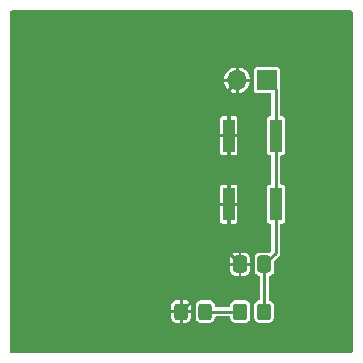
<source format=gbr>
%TF.GenerationSoftware,KiCad,Pcbnew,7.0.1*%
%TF.CreationDate,2024-04-06T20:24:51+09:00*%
%TF.ProjectId,Example,4578616d-706c-4652-9e6b-696361645f70,rev?*%
%TF.SameCoordinates,Original*%
%TF.FileFunction,Copper,L1,Top*%
%TF.FilePolarity,Positive*%
%FSLAX46Y46*%
G04 Gerber Fmt 4.6, Leading zero omitted, Abs format (unit mm)*
G04 Created by KiCad (PCBNEW 7.0.1) date 2024-04-06 20:24:51*
%MOMM*%
%LPD*%
G01*
G04 APERTURE LIST*
G04 Aperture macros list*
%AMRoundRect*
0 Rectangle with rounded corners*
0 $1 Rounding radius*
0 $2 $3 $4 $5 $6 $7 $8 $9 X,Y pos of 4 corners*
0 Add a 4 corners polygon primitive as box body*
4,1,4,$2,$3,$4,$5,$6,$7,$8,$9,$2,$3,0*
0 Add four circle primitives for the rounded corners*
1,1,$1+$1,$2,$3*
1,1,$1+$1,$4,$5*
1,1,$1+$1,$6,$7*
1,1,$1+$1,$8,$9*
0 Add four rect primitives between the rounded corners*
20,1,$1+$1,$2,$3,$4,$5,0*
20,1,$1+$1,$4,$5,$6,$7,0*
20,1,$1+$1,$6,$7,$8,$9,0*
20,1,$1+$1,$8,$9,$2,$3,0*%
G04 Aperture macros list end*
%TA.AperFunction,SMDPad,CuDef*%
%ADD10R,1.000000X2.800000*%
%TD*%
%TA.AperFunction,SMDPad,CuDef*%
%ADD11RoundRect,0.250000X0.350000X0.450000X-0.350000X0.450000X-0.350000X-0.450000X0.350000X-0.450000X0*%
%TD*%
%TA.AperFunction,ComponentPad*%
%ADD12O,1.700000X1.700000*%
%TD*%
%TA.AperFunction,ComponentPad*%
%ADD13R,1.700000X1.700000*%
%TD*%
%TA.AperFunction,SMDPad,CuDef*%
%ADD14RoundRect,0.250000X-0.325000X-0.450000X0.325000X-0.450000X0.325000X0.450000X-0.325000X0.450000X0*%
%TD*%
%TA.AperFunction,SMDPad,CuDef*%
%ADD15RoundRect,0.250000X0.337500X0.475000X-0.337500X0.475000X-0.337500X-0.475000X0.337500X-0.475000X0*%
%TD*%
%TA.AperFunction,Conductor*%
%ADD16C,0.250000*%
%TD*%
G04 APERTURE END LIST*
D10*
%TO.P,SW1,2,2*%
%TO.N,+5V*%
X23000000Y-11100000D03*
X23000000Y-16900000D03*
%TO.P,SW1,1,1*%
%TO.N,GND*%
X19000000Y-11100000D03*
X19000000Y-16900000D03*
%TD*%
D11*
%TO.P,R1,2*%
%TO.N,Net-(D1-A)*%
X20000000Y-26000000D03*
%TO.P,R1,1*%
%TO.N,+5V*%
X22000000Y-26000000D03*
%TD*%
D12*
%TO.P,J1,2,Pin_2*%
%TO.N,GND*%
X19735000Y-6400000D03*
D13*
%TO.P,J1,1,Pin_1*%
%TO.N,+5V*%
X22275000Y-6400000D03*
%TD*%
D14*
%TO.P,D1,2,A*%
%TO.N,Net-(D1-A)*%
X17025000Y-26000000D03*
%TO.P,D1,1,K*%
%TO.N,GND*%
X14975000Y-26000000D03*
%TD*%
D15*
%TO.P,C1,2*%
%TO.N,GND*%
X19962500Y-22000000D03*
%TO.P,C1,1*%
%TO.N,+5V*%
X22037500Y-22000000D03*
%TD*%
D16*
%TO.N,Net-(D1-A)*%
X20000000Y-26000000D02*
X17025000Y-26000000D01*
%TO.N,+5V*%
X23000000Y-21037500D02*
X23000000Y-16900000D01*
X22037500Y-22000000D02*
X23000000Y-21037500D01*
X22037500Y-25962500D02*
X22000000Y-26000000D01*
X22037500Y-22000000D02*
X22037500Y-25962500D01*
%TO.N,GND*%
X18975000Y-22000000D02*
X14975000Y-26000000D01*
X19962500Y-22000000D02*
X18975000Y-22000000D01*
X19000000Y-21037500D02*
X19000000Y-16900000D01*
X19962500Y-22000000D02*
X19000000Y-21037500D01*
X19000000Y-11100000D02*
X19000000Y-16900000D01*
X19000000Y-7135000D02*
X19735000Y-6400000D01*
X19000000Y-11100000D02*
X19000000Y-7135000D01*
%TO.N,+5V*%
X23000000Y-11100000D02*
X23000000Y-16900000D01*
X23000000Y-7125000D02*
X22275000Y-6400000D01*
X23000000Y-11100000D02*
X23000000Y-7125000D01*
%TD*%
%TA.AperFunction,Conductor*%
%TO.N,GND*%
G36*
X29437500Y-517113D02*
G01*
X29482887Y-562500D01*
X29499500Y-624500D01*
X29499500Y-29375500D01*
X29482887Y-29437500D01*
X29437500Y-29482887D01*
X29375500Y-29499500D01*
X624500Y-29499500D01*
X562500Y-29482887D01*
X517113Y-29437500D01*
X500500Y-29375500D01*
X500500Y-26125000D01*
X14150000Y-26125000D01*
X14150000Y-26497824D01*
X14156402Y-26557375D01*
X14206647Y-26692089D01*
X14292811Y-26807188D01*
X14407910Y-26893352D01*
X14542624Y-26943597D01*
X14602176Y-26950000D01*
X14850000Y-26950000D01*
X14850000Y-26125000D01*
X15100000Y-26125000D01*
X15100000Y-26950000D01*
X15347824Y-26950000D01*
X15407375Y-26943597D01*
X15542089Y-26893352D01*
X15657188Y-26807188D01*
X15743352Y-26692089D01*
X15793597Y-26557375D01*
X15799995Y-26497869D01*
X16199500Y-26497869D01*
X16205897Y-26557375D01*
X16205909Y-26557483D01*
X16256204Y-26692331D01*
X16342454Y-26807546D01*
X16457669Y-26893796D01*
X16592517Y-26944091D01*
X16652127Y-26950500D01*
X17397872Y-26950499D01*
X17457483Y-26944091D01*
X17592331Y-26893796D01*
X17707546Y-26807546D01*
X17793796Y-26692331D01*
X17844091Y-26557483D01*
X17850500Y-26497873D01*
X17850500Y-26497868D01*
X17851210Y-26491265D01*
X17852664Y-26491421D01*
X17867113Y-26437500D01*
X17912500Y-26392113D01*
X17974500Y-26375500D01*
X19025501Y-26375500D01*
X19087501Y-26392113D01*
X19132888Y-26437500D01*
X19147336Y-26491421D01*
X19148791Y-26491265D01*
X19149501Y-26497869D01*
X19149501Y-26497872D01*
X19155909Y-26557483D01*
X19206204Y-26692331D01*
X19292454Y-26807546D01*
X19407669Y-26893796D01*
X19542517Y-26944091D01*
X19602127Y-26950500D01*
X20397872Y-26950499D01*
X20457483Y-26944091D01*
X20592331Y-26893796D01*
X20707546Y-26807546D01*
X20793796Y-26692331D01*
X20844091Y-26557483D01*
X20850500Y-26497873D01*
X20850500Y-26497869D01*
X21149500Y-26497869D01*
X21155897Y-26557375D01*
X21155909Y-26557483D01*
X21206204Y-26692331D01*
X21292454Y-26807546D01*
X21407669Y-26893796D01*
X21542517Y-26944091D01*
X21602127Y-26950500D01*
X22397872Y-26950499D01*
X22457483Y-26944091D01*
X22592331Y-26893796D01*
X22707546Y-26807546D01*
X22793796Y-26692331D01*
X22844091Y-26557483D01*
X22850500Y-26497873D01*
X22850499Y-25502128D01*
X22844091Y-25442517D01*
X22793796Y-25307669D01*
X22707546Y-25192454D01*
X22592331Y-25106204D01*
X22493665Y-25069404D01*
X22451430Y-25042966D01*
X22423012Y-25002036D01*
X22413000Y-24953223D01*
X22413000Y-23081102D01*
X22423012Y-23032289D01*
X22451430Y-22991359D01*
X22493666Y-22964920D01*
X22617331Y-22918796D01*
X22732546Y-22832546D01*
X22818796Y-22717331D01*
X22869091Y-22582483D01*
X22875500Y-22522873D01*
X22875499Y-21744397D01*
X22884938Y-21696945D01*
X22911815Y-21656720D01*
X23228889Y-21339646D01*
X23248741Y-21323525D01*
X23257836Y-21317584D01*
X23277277Y-21292604D01*
X23287449Y-21281087D01*
X23287520Y-21281017D01*
X23299614Y-21264076D01*
X23302648Y-21260008D01*
X23334809Y-21218689D01*
X23334809Y-21218687D01*
X23339666Y-21212448D01*
X23339753Y-21212279D01*
X23342010Y-21204699D01*
X23356954Y-21154501D01*
X23358491Y-21149702D01*
X23375500Y-21100160D01*
X23375500Y-21100157D01*
X23378060Y-21092700D01*
X23378094Y-21092466D01*
X23377768Y-21084590D01*
X23377769Y-21084588D01*
X23375606Y-21032293D01*
X23375500Y-21027169D01*
X23375500Y-18674500D01*
X23392113Y-18612500D01*
X23437500Y-18567113D01*
X23499500Y-18550500D01*
X23524675Y-18550500D01*
X23549029Y-18545655D01*
X23597740Y-18535966D01*
X23680601Y-18480601D01*
X23735966Y-18397740D01*
X23750500Y-18324674D01*
X23750500Y-15475326D01*
X23735966Y-15402260D01*
X23680601Y-15319399D01*
X23597740Y-15264034D01*
X23597739Y-15264033D01*
X23597738Y-15264033D01*
X23524675Y-15249500D01*
X23524674Y-15249500D01*
X23499500Y-15249500D01*
X23437500Y-15232887D01*
X23392113Y-15187500D01*
X23375500Y-15125500D01*
X23375500Y-12874500D01*
X23392113Y-12812500D01*
X23437500Y-12767113D01*
X23499500Y-12750500D01*
X23524675Y-12750500D01*
X23549029Y-12745655D01*
X23597740Y-12735966D01*
X23680601Y-12680601D01*
X23735966Y-12597740D01*
X23750500Y-12524674D01*
X23750500Y-9675326D01*
X23735966Y-9602260D01*
X23680601Y-9519399D01*
X23597740Y-9464034D01*
X23597739Y-9464033D01*
X23597738Y-9464033D01*
X23524675Y-9449500D01*
X23524674Y-9449500D01*
X23499500Y-9449500D01*
X23437500Y-9432887D01*
X23392113Y-9387500D01*
X23375500Y-9325500D01*
X23375500Y-7176804D01*
X23378139Y-7151358D01*
X23379631Y-7144241D01*
X23380367Y-7140732D01*
X23376452Y-7109323D01*
X23375500Y-7093986D01*
X23375500Y-5525325D01*
X23360966Y-5452261D01*
X23360966Y-5452260D01*
X23305601Y-5369399D01*
X23222740Y-5314034D01*
X23222739Y-5314033D01*
X23222738Y-5314033D01*
X23149675Y-5299500D01*
X23149674Y-5299500D01*
X21400326Y-5299500D01*
X21400325Y-5299500D01*
X21327261Y-5314033D01*
X21244399Y-5369399D01*
X21189033Y-5452261D01*
X21174500Y-5525325D01*
X21174500Y-7274675D01*
X21189033Y-7347738D01*
X21189033Y-7347739D01*
X21189034Y-7347740D01*
X21244399Y-7430601D01*
X21327260Y-7485966D01*
X21363792Y-7493232D01*
X21400325Y-7500500D01*
X21400326Y-7500500D01*
X22500500Y-7500500D01*
X22562500Y-7517113D01*
X22607887Y-7562500D01*
X22624500Y-7624500D01*
X22624500Y-9325500D01*
X22607887Y-9387500D01*
X22562500Y-9432887D01*
X22500500Y-9449500D01*
X22475325Y-9449500D01*
X22402261Y-9464033D01*
X22319399Y-9519399D01*
X22264033Y-9602261D01*
X22249500Y-9675325D01*
X22249500Y-12524675D01*
X22264033Y-12597738D01*
X22264033Y-12597739D01*
X22264034Y-12597740D01*
X22319399Y-12680601D01*
X22402260Y-12735966D01*
X22438792Y-12743232D01*
X22475325Y-12750500D01*
X22475326Y-12750500D01*
X22500500Y-12750500D01*
X22562500Y-12767113D01*
X22607887Y-12812500D01*
X22624500Y-12874500D01*
X22624500Y-15125500D01*
X22607887Y-15187500D01*
X22562500Y-15232887D01*
X22500500Y-15249500D01*
X22475325Y-15249500D01*
X22402261Y-15264033D01*
X22319399Y-15319399D01*
X22264033Y-15402261D01*
X22249500Y-15475325D01*
X22249500Y-18324675D01*
X22264033Y-18397738D01*
X22264033Y-18397739D01*
X22264034Y-18397740D01*
X22319399Y-18480601D01*
X22402260Y-18535966D01*
X22438793Y-18543233D01*
X22475325Y-18550500D01*
X22475326Y-18550500D01*
X22500500Y-18550500D01*
X22562500Y-18567113D01*
X22607887Y-18612500D01*
X22624500Y-18674500D01*
X22624500Y-20830600D01*
X22615061Y-20878054D01*
X22588180Y-20918282D01*
X22518174Y-20988286D01*
X22471795Y-21017524D01*
X22429519Y-21022478D01*
X22429519Y-21024500D01*
X21652130Y-21024500D01*
X21592515Y-21030909D01*
X21457669Y-21081204D01*
X21342454Y-21167454D01*
X21256204Y-21282668D01*
X21205909Y-21417516D01*
X21199500Y-21477130D01*
X21199500Y-22522869D01*
X21205897Y-22582375D01*
X21205909Y-22582483D01*
X21256204Y-22717331D01*
X21342454Y-22832546D01*
X21457669Y-22918796D01*
X21581334Y-22964920D01*
X21623570Y-22991359D01*
X21651988Y-23032289D01*
X21662000Y-23081102D01*
X21662000Y-24931680D01*
X21647531Y-24989808D01*
X21607502Y-25034371D01*
X21551254Y-25054969D01*
X21547034Y-25055423D01*
X21542515Y-25055909D01*
X21407669Y-25106204D01*
X21292454Y-25192454D01*
X21206204Y-25307668D01*
X21155909Y-25442516D01*
X21149500Y-25502130D01*
X21149500Y-26497869D01*
X20850500Y-26497869D01*
X20850499Y-25502128D01*
X20844091Y-25442517D01*
X20793796Y-25307669D01*
X20707546Y-25192454D01*
X20592331Y-25106204D01*
X20457483Y-25055909D01*
X20397873Y-25049500D01*
X20397869Y-25049500D01*
X19602130Y-25049500D01*
X19542515Y-25055909D01*
X19407669Y-25106204D01*
X19292454Y-25192454D01*
X19206204Y-25307668D01*
X19155909Y-25442516D01*
X19148790Y-25508735D01*
X19147335Y-25508578D01*
X19132887Y-25562500D01*
X19087500Y-25607887D01*
X19025500Y-25624500D01*
X17974499Y-25624500D01*
X17912499Y-25607887D01*
X17867112Y-25562500D01*
X17852663Y-25508578D01*
X17851209Y-25508735D01*
X17850499Y-25502127D01*
X17844091Y-25442517D01*
X17793796Y-25307669D01*
X17707546Y-25192454D01*
X17592331Y-25106204D01*
X17457483Y-25055909D01*
X17397873Y-25049500D01*
X17397869Y-25049500D01*
X16652130Y-25049500D01*
X16592515Y-25055909D01*
X16457669Y-25106204D01*
X16342454Y-25192454D01*
X16256204Y-25307668D01*
X16205909Y-25442516D01*
X16199500Y-25502130D01*
X16199500Y-26497869D01*
X15799995Y-26497869D01*
X15800000Y-26497824D01*
X15800000Y-26125000D01*
X15100000Y-26125000D01*
X14850000Y-26125000D01*
X14150000Y-26125000D01*
X500500Y-26125000D01*
X500500Y-25875000D01*
X14150000Y-25875000D01*
X14850000Y-25875000D01*
X14850000Y-25050000D01*
X15100000Y-25050000D01*
X15100000Y-25875000D01*
X15800000Y-25875000D01*
X15800000Y-25502176D01*
X15793597Y-25442624D01*
X15743352Y-25307910D01*
X15657188Y-25192811D01*
X15542089Y-25106647D01*
X15407375Y-25056402D01*
X15347824Y-25050000D01*
X15100000Y-25050000D01*
X14850000Y-25050000D01*
X14602176Y-25050000D01*
X14542624Y-25056402D01*
X14407910Y-25106647D01*
X14292811Y-25192811D01*
X14206647Y-25307910D01*
X14156402Y-25442624D01*
X14150000Y-25502176D01*
X14150000Y-25875000D01*
X500500Y-25875000D01*
X500500Y-22125000D01*
X19125000Y-22125000D01*
X19125000Y-22522824D01*
X19131402Y-22582375D01*
X19181647Y-22717089D01*
X19267811Y-22832188D01*
X19382910Y-22918352D01*
X19517624Y-22968597D01*
X19577176Y-22975000D01*
X19837500Y-22975000D01*
X19837500Y-22125000D01*
X20087500Y-22125000D01*
X20087500Y-22975000D01*
X20347824Y-22975000D01*
X20407375Y-22968597D01*
X20542089Y-22918352D01*
X20657188Y-22832188D01*
X20743352Y-22717089D01*
X20793597Y-22582375D01*
X20800000Y-22522824D01*
X20800000Y-22125000D01*
X20087500Y-22125000D01*
X19837500Y-22125000D01*
X19125000Y-22125000D01*
X500500Y-22125000D01*
X500500Y-21875000D01*
X19125000Y-21875000D01*
X19837500Y-21875000D01*
X19837500Y-21025000D01*
X20087500Y-21025000D01*
X20087500Y-21875000D01*
X20800000Y-21875000D01*
X20800000Y-21477176D01*
X20793597Y-21417624D01*
X20743352Y-21282910D01*
X20657188Y-21167811D01*
X20542089Y-21081647D01*
X20407375Y-21031402D01*
X20347824Y-21025000D01*
X20087500Y-21025000D01*
X19837500Y-21025000D01*
X19577176Y-21025000D01*
X19517624Y-21031402D01*
X19382910Y-21081647D01*
X19267811Y-21167811D01*
X19181647Y-21282910D01*
X19131402Y-21417624D01*
X19125000Y-21477176D01*
X19125000Y-21875000D01*
X500500Y-21875000D01*
X500500Y-17025000D01*
X18250000Y-17025000D01*
X18250000Y-18324625D01*
X18264504Y-18397543D01*
X18319760Y-18480239D01*
X18402456Y-18535495D01*
X18475375Y-18550000D01*
X18875000Y-18550000D01*
X18875000Y-17025000D01*
X19125000Y-17025000D01*
X19125000Y-18550000D01*
X19524625Y-18550000D01*
X19597543Y-18535495D01*
X19680239Y-18480239D01*
X19735495Y-18397543D01*
X19750000Y-18324625D01*
X19750000Y-17025000D01*
X19125000Y-17025000D01*
X18875000Y-17025000D01*
X18250000Y-17025000D01*
X500500Y-17025000D01*
X500500Y-16775000D01*
X18250000Y-16775000D01*
X18875000Y-16775000D01*
X18875000Y-15250000D01*
X19125000Y-15250000D01*
X19125000Y-16775000D01*
X19750000Y-16775000D01*
X19750000Y-15475375D01*
X19735495Y-15402456D01*
X19680239Y-15319760D01*
X19597543Y-15264504D01*
X19524625Y-15250000D01*
X19125000Y-15250000D01*
X18875000Y-15250000D01*
X18475375Y-15250000D01*
X18402456Y-15264504D01*
X18319760Y-15319760D01*
X18264504Y-15402456D01*
X18250000Y-15475375D01*
X18250000Y-16775000D01*
X500500Y-16775000D01*
X500500Y-11225000D01*
X18250000Y-11225000D01*
X18250000Y-12524625D01*
X18264504Y-12597543D01*
X18319760Y-12680239D01*
X18402456Y-12735495D01*
X18475375Y-12750000D01*
X18875000Y-12750000D01*
X18875000Y-11225000D01*
X19125000Y-11225000D01*
X19125000Y-12750000D01*
X19524625Y-12750000D01*
X19597543Y-12735495D01*
X19680239Y-12680239D01*
X19735495Y-12597543D01*
X19750000Y-12524625D01*
X19750000Y-11225000D01*
X19125000Y-11225000D01*
X18875000Y-11225000D01*
X18250000Y-11225000D01*
X500500Y-11225000D01*
X500500Y-10975000D01*
X18250000Y-10975000D01*
X18875000Y-10975000D01*
X18875000Y-9450000D01*
X19125000Y-9450000D01*
X19125000Y-10975000D01*
X19750000Y-10975000D01*
X19750000Y-9675375D01*
X19735495Y-9602456D01*
X19680239Y-9519760D01*
X19597543Y-9464504D01*
X19524625Y-9450000D01*
X19125000Y-9450000D01*
X18875000Y-9450000D01*
X18475375Y-9450000D01*
X18402456Y-9464504D01*
X18319760Y-9519760D01*
X18264504Y-9602456D01*
X18250000Y-9675375D01*
X18250000Y-10975000D01*
X500500Y-10975000D01*
X500500Y-6525000D01*
X18641870Y-6525000D01*
X18649096Y-6602992D01*
X18704885Y-6799068D01*
X18795751Y-6981553D01*
X18918607Y-7144241D01*
X19069259Y-7281578D01*
X19242588Y-7388899D01*
X19432679Y-7462540D01*
X19610000Y-7495687D01*
X19610000Y-6525000D01*
X19860000Y-6525000D01*
X19860000Y-7495687D01*
X20037320Y-7462540D01*
X20227411Y-7388899D01*
X20400740Y-7281578D01*
X20551392Y-7144241D01*
X20674248Y-6981553D01*
X20765114Y-6799068D01*
X20820903Y-6602992D01*
X20828130Y-6525000D01*
X19860000Y-6525000D01*
X19610000Y-6525000D01*
X18641870Y-6525000D01*
X500500Y-6525000D01*
X500500Y-6274999D01*
X18641869Y-6274999D01*
X18641870Y-6275000D01*
X19610000Y-6275000D01*
X19610000Y-5304312D01*
X19859999Y-5304312D01*
X19860000Y-5304313D01*
X19860000Y-6275000D01*
X20828130Y-6275000D01*
X20828130Y-6274999D01*
X20820903Y-6197007D01*
X20765114Y-6000931D01*
X20674248Y-5818446D01*
X20551392Y-5655758D01*
X20400740Y-5518421D01*
X20227411Y-5411100D01*
X20037320Y-5337459D01*
X19859999Y-5304312D01*
X19610000Y-5304312D01*
X19432679Y-5337459D01*
X19242588Y-5411100D01*
X19069259Y-5518421D01*
X18918607Y-5655758D01*
X18795751Y-5818446D01*
X18704885Y-6000931D01*
X18649096Y-6197007D01*
X18641869Y-6274999D01*
X500500Y-6274999D01*
X500500Y-624500D01*
X517113Y-562500D01*
X562500Y-517113D01*
X624500Y-500500D01*
X29375500Y-500500D01*
X29437500Y-517113D01*
G37*
%TD.AperFunction*%
%TD*%
M02*

</source>
